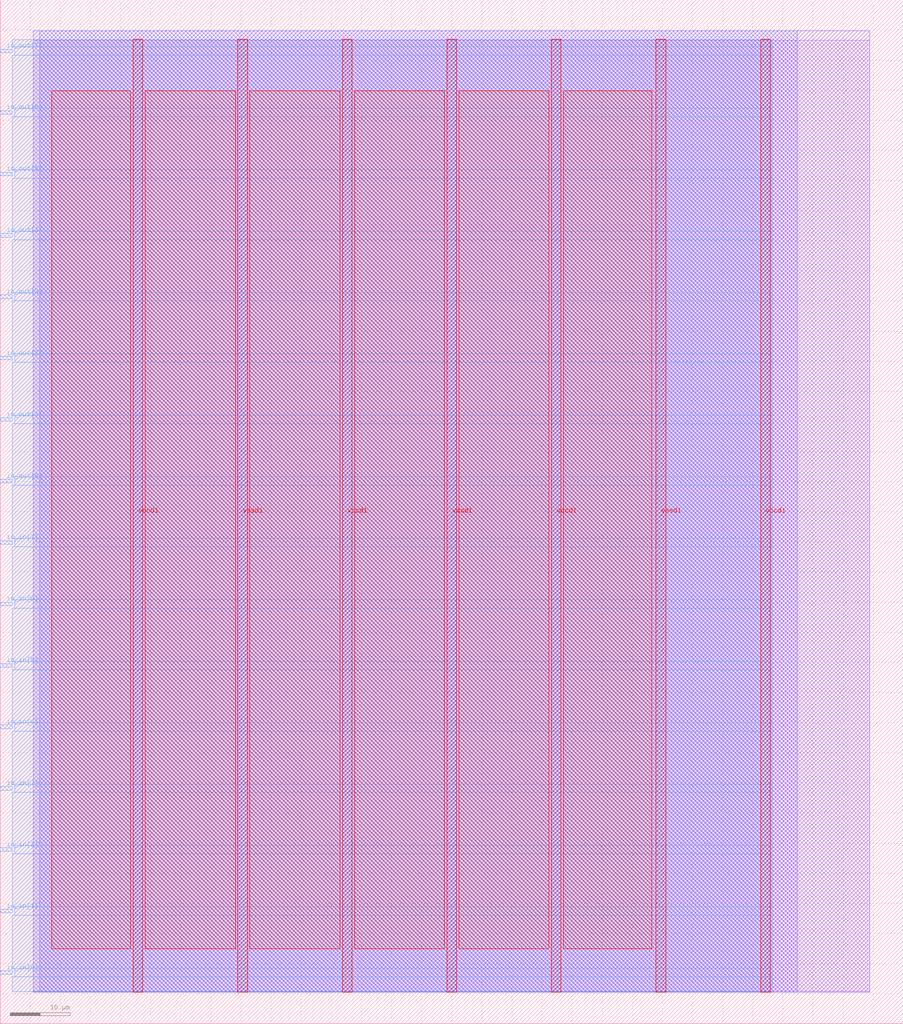
<source format=lef>
VERSION 5.7 ;
  NOWIREEXTENSIONATPIN ON ;
  DIVIDERCHAR "/" ;
  BUSBITCHARS "[]" ;
MACRO fraserbc_simon
  CLASS BLOCK ;
  FOREIGN fraserbc_simon ;
  ORIGIN 0.000 0.000 ;
  SIZE 150.000 BY 170.000 ;
  PIN io_in[0]
    DIRECTION INPUT ;
    USE SIGNAL ;
    PORT
      LAYER met3 ;
        RECT 0.000 8.200 2.000 8.800 ;
    END
  END io_in[0]
  PIN io_in[1]
    DIRECTION INPUT ;
    USE SIGNAL ;
    PORT
      LAYER met3 ;
        RECT 0.000 18.400 2.000 19.000 ;
    END
  END io_in[1]
  PIN io_in[2]
    DIRECTION INPUT ;
    USE SIGNAL ;
    PORT
      LAYER met3 ;
        RECT 0.000 28.600 2.000 29.200 ;
    END
  END io_in[2]
  PIN io_in[3]
    DIRECTION INPUT ;
    USE SIGNAL ;
    PORT
      LAYER met3 ;
        RECT 0.000 38.800 2.000 39.400 ;
    END
  END io_in[3]
  PIN io_in[4]
    DIRECTION INPUT ;
    USE SIGNAL ;
    PORT
      LAYER met3 ;
        RECT 0.000 49.000 2.000 49.600 ;
    END
  END io_in[4]
  PIN io_in[5]
    DIRECTION INPUT ;
    USE SIGNAL ;
    PORT
      LAYER met3 ;
        RECT 0.000 59.200 2.000 59.800 ;
    END
  END io_in[5]
  PIN io_in[6]
    DIRECTION INPUT ;
    USE SIGNAL ;
    PORT
      LAYER met3 ;
        RECT 0.000 69.400 2.000 70.000 ;
    END
  END io_in[6]
  PIN io_in[7]
    DIRECTION INPUT ;
    USE SIGNAL ;
    PORT
      LAYER met3 ;
        RECT 0.000 79.600 2.000 80.200 ;
    END
  END io_in[7]
  PIN io_out[0]
    DIRECTION OUTPUT TRISTATE ;
    USE SIGNAL ;
    PORT
      LAYER met3 ;
        RECT 0.000 89.800 2.000 90.400 ;
    END
  END io_out[0]
  PIN io_out[1]
    DIRECTION OUTPUT TRISTATE ;
    USE SIGNAL ;
    PORT
      LAYER met3 ;
        RECT 0.000 100.000 2.000 100.600 ;
    END
  END io_out[1]
  PIN io_out[2]
    DIRECTION OUTPUT TRISTATE ;
    USE SIGNAL ;
    PORT
      LAYER met3 ;
        RECT 0.000 110.200 2.000 110.800 ;
    END
  END io_out[2]
  PIN io_out[3]
    DIRECTION OUTPUT TRISTATE ;
    USE SIGNAL ;
    PORT
      LAYER met3 ;
        RECT 0.000 120.400 2.000 121.000 ;
    END
  END io_out[3]
  PIN io_out[4]
    DIRECTION OUTPUT TRISTATE ;
    USE SIGNAL ;
    PORT
      LAYER met3 ;
        RECT 0.000 130.600 2.000 131.200 ;
    END
  END io_out[4]
  PIN io_out[5]
    DIRECTION OUTPUT TRISTATE ;
    USE SIGNAL ;
    PORT
      LAYER met3 ;
        RECT 0.000 140.800 2.000 141.400 ;
    END
  END io_out[5]
  PIN io_out[6]
    DIRECTION OUTPUT TRISTATE ;
    USE SIGNAL ;
    PORT
      LAYER met3 ;
        RECT 0.000 151.000 2.000 151.600 ;
    END
  END io_out[6]
  PIN io_out[7]
    DIRECTION OUTPUT TRISTATE ;
    USE SIGNAL ;
    PORT
      LAYER met3 ;
        RECT 0.000 161.200 2.000 161.800 ;
    END
  END io_out[7]
  PIN vccd1
    DIRECTION INOUT ;
    USE POWER ;
    PORT
      LAYER met4 ;
        RECT 22.090 5.200 23.690 163.440 ;
    END
    PORT
      LAYER met4 ;
        RECT 56.830 5.200 58.430 163.440 ;
    END
    PORT
      LAYER met4 ;
        RECT 91.570 5.200 93.170 163.440 ;
    END
    PORT
      LAYER met4 ;
        RECT 126.310 5.200 127.910 163.440 ;
    END
  END vccd1
  PIN vssd1
    DIRECTION INOUT ;
    USE GROUND ;
    PORT
      LAYER met4 ;
        RECT 39.460 5.200 41.060 163.440 ;
    END
    PORT
      LAYER met4 ;
        RECT 74.200 5.200 75.800 163.440 ;
    END
    PORT
      LAYER met4 ;
        RECT 108.940 5.200 110.540 163.440 ;
    END
  END vssd1
  OBS
      LAYER li1 ;
        RECT 5.520 5.355 144.440 163.285 ;
      LAYER met1 ;
        RECT 5.520 5.200 144.440 164.860 ;
      LAYER met2 ;
        RECT 6.540 5.255 132.380 164.890 ;
      LAYER met3 ;
        RECT 2.000 162.200 128.275 163.365 ;
        RECT 2.400 160.800 128.275 162.200 ;
        RECT 2.000 152.000 128.275 160.800 ;
        RECT 2.400 150.600 128.275 152.000 ;
        RECT 2.000 141.800 128.275 150.600 ;
        RECT 2.400 140.400 128.275 141.800 ;
        RECT 2.000 131.600 128.275 140.400 ;
        RECT 2.400 130.200 128.275 131.600 ;
        RECT 2.000 121.400 128.275 130.200 ;
        RECT 2.400 120.000 128.275 121.400 ;
        RECT 2.000 111.200 128.275 120.000 ;
        RECT 2.400 109.800 128.275 111.200 ;
        RECT 2.000 101.000 128.275 109.800 ;
        RECT 2.400 99.600 128.275 101.000 ;
        RECT 2.000 90.800 128.275 99.600 ;
        RECT 2.400 89.400 128.275 90.800 ;
        RECT 2.000 80.600 128.275 89.400 ;
        RECT 2.400 79.200 128.275 80.600 ;
        RECT 2.000 70.400 128.275 79.200 ;
        RECT 2.400 69.000 128.275 70.400 ;
        RECT 2.000 60.200 128.275 69.000 ;
        RECT 2.400 58.800 128.275 60.200 ;
        RECT 2.000 50.000 128.275 58.800 ;
        RECT 2.400 48.600 128.275 50.000 ;
        RECT 2.000 39.800 128.275 48.600 ;
        RECT 2.400 38.400 128.275 39.800 ;
        RECT 2.000 29.600 128.275 38.400 ;
        RECT 2.400 28.200 128.275 29.600 ;
        RECT 2.000 19.400 128.275 28.200 ;
        RECT 2.400 18.000 128.275 19.400 ;
        RECT 2.000 9.200 128.275 18.000 ;
        RECT 2.400 7.800 128.275 9.200 ;
        RECT 2.000 5.275 128.275 7.800 ;
      LAYER met4 ;
        RECT 8.575 12.415 21.690 154.865 ;
        RECT 24.090 12.415 39.060 154.865 ;
        RECT 41.460 12.415 56.430 154.865 ;
        RECT 58.830 12.415 73.800 154.865 ;
        RECT 76.200 12.415 91.170 154.865 ;
        RECT 93.570 12.415 108.265 154.865 ;
  END
END fraserbc_simon
END LIBRARY


</source>
